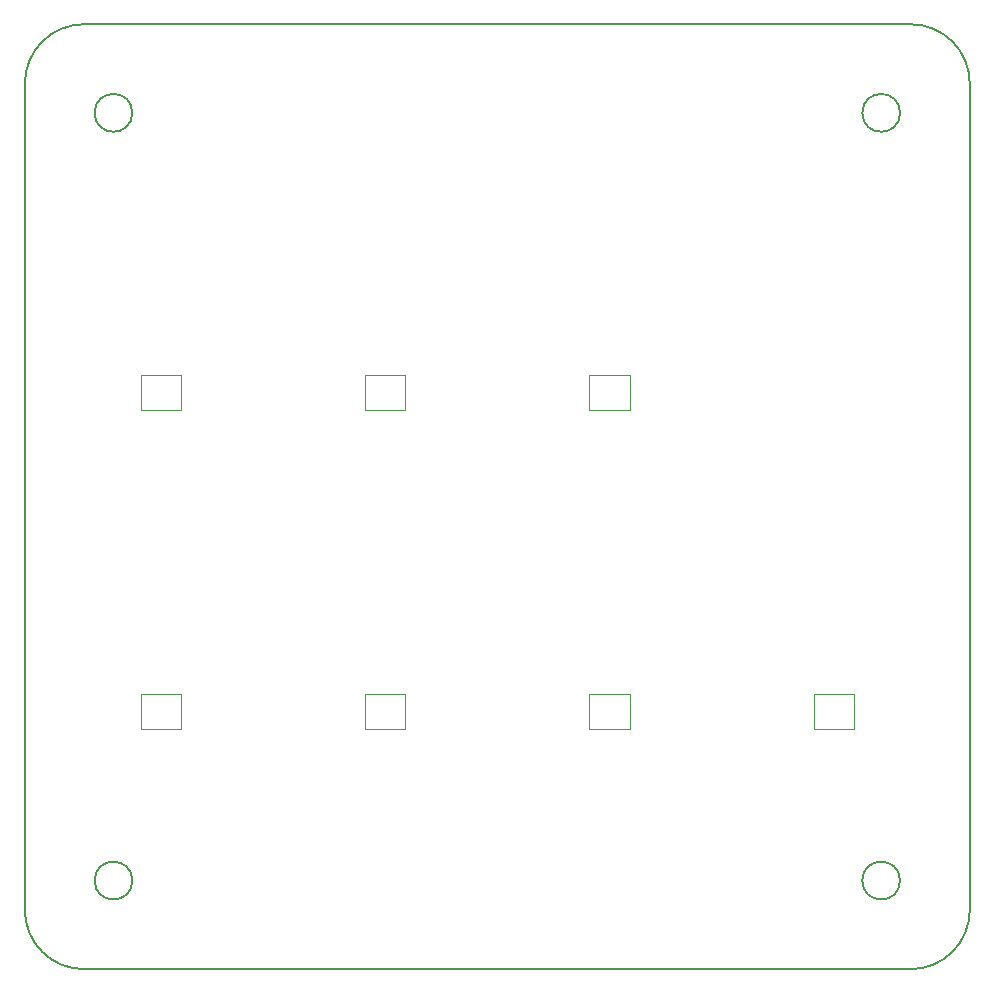
<source format=gbr>
%TF.GenerationSoftware,KiCad,Pcbnew,(6.0.0)*%
%TF.CreationDate,2022-01-03T17:45:39+09:00*%
%TF.ProjectId,MACRO-PAD,4d414352-4f2d-4504-9144-2e6b69636164,v0.2*%
%TF.SameCoordinates,Original*%
%TF.FileFunction,Profile,NP*%
%FSLAX46Y46*%
G04 Gerber Fmt 4.6, Leading zero omitted, Abs format (unit mm)*
G04 Created by KiCad (PCBNEW (6.0.0)) date 2022-01-03 17:45:39*
%MOMM*%
%LPD*%
G01*
G04 APERTURE LIST*
%TA.AperFunction,Profile*%
%ADD10C,0.200000*%
%TD*%
%TA.AperFunction,Profile*%
%ADD11C,0.120000*%
%TD*%
G04 APERTURE END LIST*
D10*
X168560000Y-63502800D02*
G75*
G03*
X163563000Y-58505800I-4996999J1D01*
G01*
X97660000Y-66005800D02*
G75*
G03*
X97660000Y-66005800I-1600000J0D01*
G01*
X93557000Y-58505800D02*
G75*
G03*
X88560000Y-63502800I-1J-4996999D01*
G01*
X163563000Y-138505800D02*
X93557000Y-138505800D01*
X162660000Y-131005800D02*
G75*
G03*
X162660000Y-131005800I-1600000J0D01*
G01*
X93557000Y-58505800D02*
X163563000Y-58505800D01*
X168560000Y-63502800D02*
X168560000Y-133508800D01*
X88560000Y-133508800D02*
X88560000Y-63502800D01*
X88560000Y-133508800D02*
G75*
G03*
X93557000Y-138505800I4996999J-1D01*
G01*
X97660000Y-131005800D02*
G75*
G03*
X97660000Y-131005800I-1600000J0D01*
G01*
X163563000Y-138505800D02*
G75*
G03*
X168560000Y-133508800I1J4996999D01*
G01*
X162660000Y-66005800D02*
G75*
G03*
X162660000Y-66005800I-1600000J0D01*
G01*
D11*
%TO.C,U7*%
X155360000Y-118205800D02*
X158760000Y-118205800D01*
X155360000Y-118205800D02*
X155360000Y-115205800D01*
X155360000Y-115205800D02*
X158760000Y-115205800D01*
X158760000Y-118205800D02*
X158760000Y-115205800D01*
%TO.C,U3*%
X136360000Y-91205800D02*
X139760000Y-91205800D01*
X136360000Y-91205800D02*
X136360000Y-88205800D01*
X136360000Y-88205800D02*
X139760000Y-88205800D01*
X139760000Y-91205800D02*
X139760000Y-88205800D01*
%TO.C,U4*%
X98360000Y-118205800D02*
X101760000Y-118205800D01*
X98360000Y-118205800D02*
X98360000Y-115205800D01*
X98360000Y-115205800D02*
X101760000Y-115205800D01*
X101760000Y-118205800D02*
X101760000Y-115205800D01*
%TO.C,U6*%
X136360000Y-118205800D02*
X139760000Y-118205800D01*
X136360000Y-118205800D02*
X136360000Y-115205800D01*
X136360000Y-115205800D02*
X139760000Y-115205800D01*
X139760000Y-118205800D02*
X139760000Y-115205800D01*
%TO.C,U2*%
X117360000Y-91205800D02*
X120760000Y-91205800D01*
X117360000Y-91205800D02*
X117360000Y-88205800D01*
X117360000Y-88205800D02*
X120760000Y-88205800D01*
X120760000Y-91205800D02*
X120760000Y-88205800D01*
%TO.C,U5*%
X117360000Y-118205800D02*
X120760000Y-118205800D01*
X117360000Y-118205800D02*
X117360000Y-115205800D01*
X117360000Y-115205800D02*
X120760000Y-115205800D01*
X120760000Y-118205800D02*
X120760000Y-115205800D01*
%TO.C,U1*%
X98360000Y-91205800D02*
X101760000Y-91205800D01*
X98360000Y-91205800D02*
X98360000Y-88205800D01*
X98360000Y-88205800D02*
X101760000Y-88205800D01*
X101760000Y-91205800D02*
X101760000Y-88205800D01*
%TD*%
M02*

</source>
